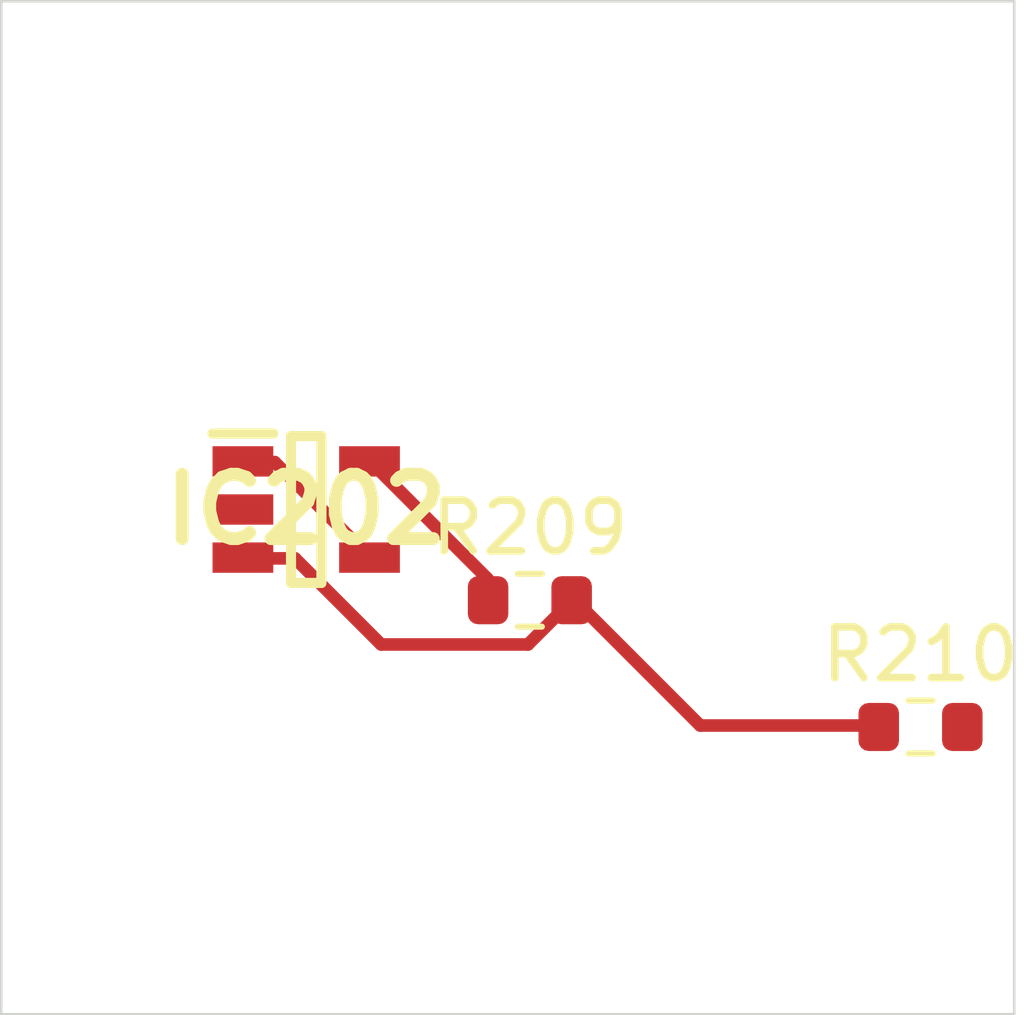
<source format=kicad_pcb>
 ( kicad_pcb  ( version 20171130 )
 ( host pcbnew 5.1.12-84ad8e8a86~92~ubuntu18.04.1 )
 ( general  ( thickness 1.6 )
 ( drawings 4 )
 ( tracks 0 )
 ( zones 0 )
 ( modules 3 )
 ( nets 5 )
)
 ( page A4 )
 ( layers  ( 0 F.Cu signal )
 ( 31 B.Cu signal )
 ( 32 B.Adhes user )
 ( 33 F.Adhes user )
 ( 34 B.Paste user )
 ( 35 F.Paste user )
 ( 36 B.SilkS user )
 ( 37 F.SilkS user )
 ( 38 B.Mask user )
 ( 39 F.Mask user )
 ( 40 Dwgs.User user )
 ( 41 Cmts.User user )
 ( 42 Eco1.User user )
 ( 43 Eco2.User user )
 ( 44 Edge.Cuts user )
 ( 45 Margin user )
 ( 46 B.CrtYd user )
 ( 47 F.CrtYd user )
 ( 48 B.Fab user )
 ( 49 F.Fab user )
)
 ( setup  ( last_trace_width 0.25 )
 ( trace_clearance 0.2 )
 ( zone_clearance 0.508 )
 ( zone_45_only no )
 ( trace_min 0.2 )
 ( via_size 0.8 )
 ( via_drill 0.4 )
 ( via_min_size 0.4 )
 ( via_min_drill 0.3 )
 ( uvia_size 0.3 )
 ( uvia_drill 0.1 )
 ( uvias_allowed no )
 ( uvia_min_size 0.2 )
 ( uvia_min_drill 0.1 )
 ( edge_width 0.05 )
 ( segment_width 0.2 )
 ( pcb_text_width 0.3 )
 ( pcb_text_size 1.5 1.5 )
 ( mod_edge_width 0.12 )
 ( mod_text_size 1 1 )
 ( mod_text_width 0.15 )
 ( pad_size 1.524 1.524 )
 ( pad_drill 0.762 )
 ( pad_to_mask_clearance 0 )
 ( aux_axis_origin 0 0 )
 ( visible_elements FFFFFF7F )
 ( pcbplotparams  ( layerselection 0x010fc_ffffffff )
 ( usegerberextensions false )
 ( usegerberattributes true )
 ( usegerberadvancedattributes true )
 ( creategerberjobfile true )
 ( excludeedgelayer true )
 ( linewidth 0.100000 )
 ( plotframeref false )
 ( viasonmask false )
 ( mode 1 )
 ( useauxorigin false )
 ( hpglpennumber 1 )
 ( hpglpenspeed 20 )
 ( hpglpendiameter 15.000000 )
 ( psnegative false )
 ( psa4output false )
 ( plotreference true )
 ( plotvalue true )
 ( plotinvisibletext false )
 ( padsonsilk false )
 ( subtractmaskfromsilk false )
 ( outputformat 1 )
 ( mirror false )
 ( drillshape 1 )
 ( scaleselection 1 )
 ( outputdirectory "" )
)
)
 ( net 0 "" )
 ( net 1 GND )
 ( net 2 VDDA )
 ( net 3 /Sheet6235D886/vp )
 ( net 4 "Net-(IC202-Pad3)" )
 ( net_class Default "This is the default net class."  ( clearance 0.2 )
 ( trace_width 0.25 )
 ( via_dia 0.8 )
 ( via_drill 0.4 )
 ( uvia_dia 0.3 )
 ( uvia_drill 0.1 )
 ( add_net /Sheet6235D886/vp )
 ( add_net GND )
 ( add_net "Net-(IC202-Pad3)" )
 ( add_net VDDA )
)
 ( module SOT95P280X145-5N locked  ( layer F.Cu )
 ( tedit 62336ED7 )
 ( tstamp 623423ED )
 ( at 86.020900 110.035000 )
 ( descr DBV0005A )
 ( tags "Integrated Circuit" )
 ( path /6235D887/6266C08E )
 ( attr smd )
 ( fp_text reference IC202  ( at 0 0 )
 ( layer F.SilkS )
 ( effects  ( font  ( size 1.27 1.27 )
 ( thickness 0.254 )
)
)
)
 ( fp_text value TL071HIDBVR  ( at 0 0 )
 ( layer F.SilkS )
hide  ( effects  ( font  ( size 1.27 1.27 )
 ( thickness 0.254 )
)
)
)
 ( fp_line  ( start -1.85 -1.5 )
 ( end -0.65 -1.5 )
 ( layer F.SilkS )
 ( width 0.2 )
)
 ( fp_line  ( start -0.3 1.45 )
 ( end -0.3 -1.45 )
 ( layer F.SilkS )
 ( width 0.2 )
)
 ( fp_line  ( start 0.3 1.45 )
 ( end -0.3 1.45 )
 ( layer F.SilkS )
 ( width 0.2 )
)
 ( fp_line  ( start 0.3 -1.45 )
 ( end 0.3 1.45 )
 ( layer F.SilkS )
 ( width 0.2 )
)
 ( fp_line  ( start -0.3 -1.45 )
 ( end 0.3 -1.45 )
 ( layer F.SilkS )
 ( width 0.2 )
)
 ( fp_line  ( start -0.8 -0.5 )
 ( end 0.15 -1.45 )
 ( layer Dwgs.User )
 ( width 0.1 )
)
 ( fp_line  ( start -0.8 1.45 )
 ( end -0.8 -1.45 )
 ( layer Dwgs.User )
 ( width 0.1 )
)
 ( fp_line  ( start 0.8 1.45 )
 ( end -0.8 1.45 )
 ( layer Dwgs.User )
 ( width 0.1 )
)
 ( fp_line  ( start 0.8 -1.45 )
 ( end 0.8 1.45 )
 ( layer Dwgs.User )
 ( width 0.1 )
)
 ( fp_line  ( start -0.8 -1.45 )
 ( end 0.8 -1.45 )
 ( layer Dwgs.User )
 ( width 0.1 )
)
 ( fp_line  ( start -2.1 1.775 )
 ( end -2.1 -1.775 )
 ( layer Dwgs.User )
 ( width 0.05 )
)
 ( fp_line  ( start 2.1 1.775 )
 ( end -2.1 1.775 )
 ( layer Dwgs.User )
 ( width 0.05 )
)
 ( fp_line  ( start 2.1 -1.775 )
 ( end 2.1 1.775 )
 ( layer Dwgs.User )
 ( width 0.05 )
)
 ( fp_line  ( start -2.1 -1.775 )
 ( end 2.1 -1.775 )
 ( layer Dwgs.User )
 ( width 0.05 )
)
 ( pad 1 smd rect  ( at -1.25 -0.95 90.000000 )
 ( size 0.6 1.2 )
 ( layers F.Cu F.Mask F.Paste )
 ( net 3 /Sheet6235D886/vp )
)
 ( pad 2 smd rect  ( at -1.25 0 90.000000 )
 ( size 0.6 1.2 )
 ( layers F.Cu F.Mask F.Paste )
 ( net 1 GND )
)
 ( pad 3 smd rect  ( at -1.25 0.95 90.000000 )
 ( size 0.6 1.2 )
 ( layers F.Cu F.Mask F.Paste )
 ( net 4 "Net-(IC202-Pad3)" )
)
 ( pad 4 smd rect  ( at 1.25 0.95 90.000000 )
 ( size 0.6 1.2 )
 ( layers F.Cu F.Mask F.Paste )
 ( net 3 /Sheet6235D886/vp )
)
 ( pad 5 smd rect  ( at 1.25 -0.95 90.000000 )
 ( size 0.6 1.2 )
 ( layers F.Cu F.Mask F.Paste )
 ( net 2 VDDA )
)
)
 ( module Resistor_SMD:R_0603_1608Metric  ( layer F.Cu )
 ( tedit 5F68FEEE )
 ( tstamp 62342595 )
 ( at 90.437200 111.826000 )
 ( descr "Resistor SMD 0603 (1608 Metric), square (rectangular) end terminal, IPC_7351 nominal, (Body size source: IPC-SM-782 page 72, https://www.pcb-3d.com/wordpress/wp-content/uploads/ipc-sm-782a_amendment_1_and_2.pdf), generated with kicad-footprint-generator" )
 ( tags resistor )
 ( path /6235D887/623CDBD9 )
 ( attr smd )
 ( fp_text reference R209  ( at 0 -1.43 )
 ( layer F.SilkS )
 ( effects  ( font  ( size 1 1 )
 ( thickness 0.15 )
)
)
)
 ( fp_text value 100k  ( at 0 1.43 )
 ( layer F.Fab )
 ( effects  ( font  ( size 1 1 )
 ( thickness 0.15 )
)
)
)
 ( fp_line  ( start -0.8 0.4125 )
 ( end -0.8 -0.4125 )
 ( layer F.Fab )
 ( width 0.1 )
)
 ( fp_line  ( start -0.8 -0.4125 )
 ( end 0.8 -0.4125 )
 ( layer F.Fab )
 ( width 0.1 )
)
 ( fp_line  ( start 0.8 -0.4125 )
 ( end 0.8 0.4125 )
 ( layer F.Fab )
 ( width 0.1 )
)
 ( fp_line  ( start 0.8 0.4125 )
 ( end -0.8 0.4125 )
 ( layer F.Fab )
 ( width 0.1 )
)
 ( fp_line  ( start -0.237258 -0.5225 )
 ( end 0.237258 -0.5225 )
 ( layer F.SilkS )
 ( width 0.12 )
)
 ( fp_line  ( start -0.237258 0.5225 )
 ( end 0.237258 0.5225 )
 ( layer F.SilkS )
 ( width 0.12 )
)
 ( fp_line  ( start -1.48 0.73 )
 ( end -1.48 -0.73 )
 ( layer F.CrtYd )
 ( width 0.05 )
)
 ( fp_line  ( start -1.48 -0.73 )
 ( end 1.48 -0.73 )
 ( layer F.CrtYd )
 ( width 0.05 )
)
 ( fp_line  ( start 1.48 -0.73 )
 ( end 1.48 0.73 )
 ( layer F.CrtYd )
 ( width 0.05 )
)
 ( fp_line  ( start 1.48 0.73 )
 ( end -1.48 0.73 )
 ( layer F.CrtYd )
 ( width 0.05 )
)
 ( fp_text user %R  ( at 0 0 )
 ( layer F.Fab )
 ( effects  ( font  ( size 0.4 0.4 )
 ( thickness 0.06 )
)
)
)
 ( pad 1 smd roundrect  ( at -0.825 0 )
 ( size 0.8 0.95 )
 ( layers F.Cu F.Mask F.Paste )
 ( roundrect_rratio 0.25 )
 ( net 2 VDDA )
)
 ( pad 2 smd roundrect  ( at 0.825 0 )
 ( size 0.8 0.95 )
 ( layers F.Cu F.Mask F.Paste )
 ( roundrect_rratio 0.25 )
 ( net 4 "Net-(IC202-Pad3)" )
)
 ( model ${KISYS3DMOD}/Resistor_SMD.3dshapes/R_0603_1608Metric.wrl  ( at  ( xyz 0 0 0 )
)
 ( scale  ( xyz 1 1 1 )
)
 ( rotate  ( xyz 0 0 0 )
)
)
)
 ( module Resistor_SMD:R_0603_1608Metric  ( layer F.Cu )
 ( tedit 5F68FEEE )
 ( tstamp 623425A6 )
 ( at 98.150600 114.329000 )
 ( descr "Resistor SMD 0603 (1608 Metric), square (rectangular) end terminal, IPC_7351 nominal, (Body size source: IPC-SM-782 page 72, https://www.pcb-3d.com/wordpress/wp-content/uploads/ipc-sm-782a_amendment_1_and_2.pdf), generated with kicad-footprint-generator" )
 ( tags resistor )
 ( path /6235D887/623CDBDF )
 ( attr smd )
 ( fp_text reference R210  ( at 0 -1.43 )
 ( layer F.SilkS )
 ( effects  ( font  ( size 1 1 )
 ( thickness 0.15 )
)
)
)
 ( fp_text value 100k  ( at 0 1.43 )
 ( layer F.Fab )
 ( effects  ( font  ( size 1 1 )
 ( thickness 0.15 )
)
)
)
 ( fp_line  ( start 1.48 0.73 )
 ( end -1.48 0.73 )
 ( layer F.CrtYd )
 ( width 0.05 )
)
 ( fp_line  ( start 1.48 -0.73 )
 ( end 1.48 0.73 )
 ( layer F.CrtYd )
 ( width 0.05 )
)
 ( fp_line  ( start -1.48 -0.73 )
 ( end 1.48 -0.73 )
 ( layer F.CrtYd )
 ( width 0.05 )
)
 ( fp_line  ( start -1.48 0.73 )
 ( end -1.48 -0.73 )
 ( layer F.CrtYd )
 ( width 0.05 )
)
 ( fp_line  ( start -0.237258 0.5225 )
 ( end 0.237258 0.5225 )
 ( layer F.SilkS )
 ( width 0.12 )
)
 ( fp_line  ( start -0.237258 -0.5225 )
 ( end 0.237258 -0.5225 )
 ( layer F.SilkS )
 ( width 0.12 )
)
 ( fp_line  ( start 0.8 0.4125 )
 ( end -0.8 0.4125 )
 ( layer F.Fab )
 ( width 0.1 )
)
 ( fp_line  ( start 0.8 -0.4125 )
 ( end 0.8 0.4125 )
 ( layer F.Fab )
 ( width 0.1 )
)
 ( fp_line  ( start -0.8 -0.4125 )
 ( end 0.8 -0.4125 )
 ( layer F.Fab )
 ( width 0.1 )
)
 ( fp_line  ( start -0.8 0.4125 )
 ( end -0.8 -0.4125 )
 ( layer F.Fab )
 ( width 0.1 )
)
 ( fp_text user %R  ( at 0 0 )
 ( layer F.Fab )
 ( effects  ( font  ( size 0.4 0.4 )
 ( thickness 0.06 )
)
)
)
 ( pad 2 smd roundrect  ( at 0.825 0 )
 ( size 0.8 0.95 )
 ( layers F.Cu F.Mask F.Paste )
 ( roundrect_rratio 0.25 )
 ( net 1 GND )
)
 ( pad 1 smd roundrect  ( at -0.825 0 )
 ( size 0.8 0.95 )
 ( layers F.Cu F.Mask F.Paste )
 ( roundrect_rratio 0.25 )
 ( net 4 "Net-(IC202-Pad3)" )
)
 ( model ${KISYS3DMOD}/Resistor_SMD.3dshapes/R_0603_1608Metric.wrl  ( at  ( xyz 0 0 0 )
)
 ( scale  ( xyz 1 1 1 )
)
 ( rotate  ( xyz 0 0 0 )
)
)
)
 ( gr_line  ( start 100 100 )
 ( end 100 120 )
 ( layer Edge.Cuts )
 ( width 0.05 )
 ( tstamp 62E770C4 )
)
 ( gr_line  ( start 80 120 )
 ( end 100 120 )
 ( layer Edge.Cuts )
 ( width 0.05 )
 ( tstamp 62E770C0 )
)
 ( gr_line  ( start 80 100 )
 ( end 100 100 )
 ( layer Edge.Cuts )
 ( width 0.05 )
 ( tstamp 6234110C )
)
 ( gr_line  ( start 80 100 )
 ( end 80 120 )
 ( layer Edge.Cuts )
 ( width 0.05 )
)
 ( segment  ( start 89.600001 111.800002 )
 ( end 89.600001 111.400002 )
 ( width 0.250000 )
 ( layer F.Cu )
 ( net 2 )
)
 ( segment  ( start 89.600001 111.400002 )
 ( end 87.300001 109.100002 )
 ( width 0.250000 )
 ( layer F.Cu )
 ( net 2 )
)
 ( segment  ( start 87.300001 111.000002 )
 ( end 85.400001 109.100002 )
 ( width 0.250000 )
 ( layer F.Cu )
 ( net 3 )
)
 ( segment  ( start 85.400001 109.100002 )
 ( end 84.800001 109.100002 )
 ( width 0.250000 )
 ( layer F.Cu )
 ( net 3 )
)
 ( segment  ( start 91.300001 111.800002 )
 ( end 90.400001 112.700002 )
 ( width 0.250000 )
 ( layer F.Cu )
 ( net 4 )
)
 ( segment  ( start 90.400001 112.700002 )
 ( end 87.500001 112.700002 )
 ( width 0.250000 )
 ( layer F.Cu )
 ( net 4 )
)
 ( segment  ( start 87.500001 112.700002 )
 ( end 85.800001 111.000002 )
 ( width 0.250000 )
 ( layer F.Cu )
 ( net 4 )
)
 ( segment  ( start 85.800001 111.000002 )
 ( end 84.800001 111.000002 )
 ( width 0.250000 )
 ( layer F.Cu )
 ( net 4 )
)
 ( segment  ( start 97.300001 114.300002 )
 ( end 93.800001 114.300002 )
 ( width 0.250000 )
 ( layer F.Cu )
 ( net 4 )
)
 ( segment  ( start 93.800001 114.300002 )
 ( end 91.300001 111.800002 )
 ( width 0.250000 )
 ( layer F.Cu )
 ( net 4 )
)
)

</source>
